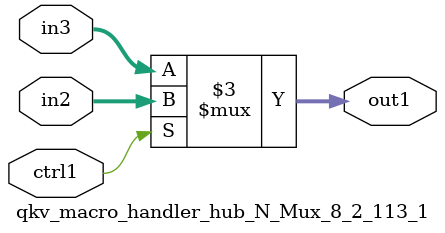
<source format=v>

`timescale 1ps / 1ps


module qkv_macro_handler_hub_N_Mux_8_2_113_1( in3, in2, ctrl1, out1 );

    input [7:0] in3;
    input [7:0] in2;
    input ctrl1;
    output [7:0] out1;
    reg [7:0] out1;

    
    // rtl_process:qkv_macro_handler_hub_N_Mux_8_2_113_1/qkv_macro_handler_hub_N_Mux_8_2_113_1_thread_1
    always @*
      begin : qkv_macro_handler_hub_N_Mux_8_2_113_1_thread_1
        case (ctrl1) 
          1'b1: 
            begin
              out1 = in2;
            end
          default: 
            begin
              out1 = in3;
            end
        endcase
      end

endmodule





</source>
